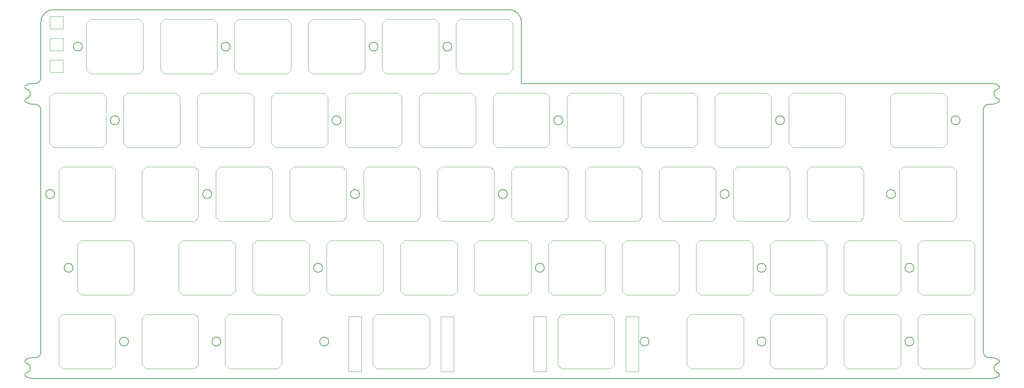
<source format=gbr>
%TF.GenerationSoftware,KiCad,Pcbnew,(7.0.0)*%
%TF.CreationDate,2023-09-29T19:28:48+02:00*%
%TF.ProjectId,Hull OEM 275u 225u,48756c6c-204f-4454-9d20-323735752032,rev?*%
%TF.SameCoordinates,Original*%
%TF.FileFunction,Profile,NP*%
%FSLAX46Y46*%
G04 Gerber Fmt 4.6, Leading zero omitted, Abs format (unit mm)*
G04 Created by KiCad (PCBNEW (7.0.0)) date 2023-09-29 19:28:48*
%MOMM*%
%LPD*%
G01*
G04 APERTURE LIST*
%TA.AperFunction,Profile*%
%ADD10C,0.200000*%
%TD*%
%TA.AperFunction,Profile*%
%ADD11C,0.100000*%
%TD*%
%TA.AperFunction,Profile*%
%ADD12C,0.120000*%
%TD*%
%TA.AperFunction,Profile*%
%ADD13C,0.050000*%
%TD*%
G04 APERTURE END LIST*
D10*
X273787500Y-73612500D02*
G75*
G03*
X275429947Y-73048896I0J2675000D01*
G01*
X215462500Y-115887500D02*
G75*
G03*
X215462500Y-115887500I-1150000J0D01*
G01*
X24607553Y-73048896D02*
G75*
G03*
X26250000Y-73612500I1642447J2111396D01*
G01*
X31750000Y-49212500D02*
G75*
G03*
X28575000Y-52387500I0J-3175000D01*
G01*
D11*
X30899001Y-50952301D02*
X34298999Y-50952301D01*
X34298999Y-50952301D02*
X34298999Y-54152701D01*
X34298999Y-54152701D02*
X30899001Y-54152701D01*
X30899001Y-54152701D02*
X30899001Y-50952301D01*
D10*
X105925000Y-77787500D02*
G75*
G03*
X105925000Y-77787500I-1150000J0D01*
G01*
X31750000Y-49212500D02*
X149225000Y-49212500D01*
X272962500Y-73612500D02*
X273787500Y-73612500D01*
X28575000Y-75112500D02*
G75*
G03*
X27075000Y-73612500I-1500000J0D01*
G01*
X32106250Y-96837500D02*
G75*
G03*
X32106250Y-96837500I-1150000J0D01*
G01*
X27075000Y-139112500D02*
G75*
G03*
X28575000Y-137612500I0J1500000D01*
G01*
X205937500Y-96837500D02*
G75*
G03*
X205937500Y-96837500I-1150000J0D01*
G01*
X28575000Y-66762500D02*
X28575000Y-52387500D01*
X220225000Y-77787500D02*
G75*
G03*
X220225000Y-77787500I-1150000J0D01*
G01*
X273787500Y-68262500D02*
X152400000Y-68262500D01*
X134500000Y-58737500D02*
G75*
G03*
X134500000Y-58737500I-1150000J0D01*
G01*
X51156250Y-134937500D02*
G75*
G03*
X51156250Y-134937500I-1150000J0D01*
G01*
X24817536Y-72163742D02*
G75*
G03*
X24607553Y-73048896I97014J-490498D01*
G01*
X158312500Y-115887500D02*
G75*
G03*
X158312500Y-115887500I-1150000J0D01*
G01*
X24607553Y-143898896D02*
G75*
G03*
X26250000Y-144462500I1642447J2111396D01*
G01*
X26250000Y-73612500D02*
X27075000Y-73612500D01*
X275219963Y-140561255D02*
G75*
G03*
X275219963Y-143013745I242537J-1226245D01*
G01*
X272962500Y-73612500D02*
G75*
G03*
X271462500Y-75112500I0J-1500000D01*
G01*
X72587500Y-96837500D02*
G75*
G03*
X72587500Y-96837500I-1150000J0D01*
G01*
X275429971Y-143898927D02*
G75*
G03*
X275219963Y-143013746I-307171J394627D01*
G01*
X115450000Y-58737500D02*
G75*
G03*
X115450000Y-58737500I-1150000J0D01*
G01*
X36868750Y-115887500D02*
G75*
G03*
X36868750Y-115887500I-1150000J0D01*
G01*
X253562500Y-115887500D02*
G75*
G03*
X253562500Y-115887500I-1150000J0D01*
G01*
X27075000Y-68262500D02*
X26250000Y-68262500D01*
X28575000Y-137612500D02*
X28575000Y-75112500D01*
X110687500Y-96837500D02*
G75*
G03*
X110687500Y-96837500I-1150000J0D01*
G01*
X74968750Y-134937500D02*
G75*
G03*
X74968750Y-134937500I-1150000J0D01*
G01*
D11*
X30900001Y-62204601D02*
X34299999Y-62204601D01*
X34299999Y-62204601D02*
X34299999Y-65405001D01*
X34299999Y-65405001D02*
X30900001Y-65405001D01*
X30900001Y-65405001D02*
X30900001Y-62204601D01*
D10*
X148787500Y-96837500D02*
G75*
G03*
X148787500Y-96837500I-1150000J0D01*
G01*
X273787500Y-139112500D02*
X272962500Y-139112500D01*
X26250000Y-68262500D02*
G75*
G03*
X24607553Y-68826104I0J-2675000D01*
G01*
X275429914Y-73048853D02*
G75*
G03*
X275219963Y-72163746I-306914J394653D01*
G01*
X253562500Y-134937500D02*
G75*
G03*
X253562500Y-134937500I-1150000J0D01*
G01*
X275429947Y-68826104D02*
G75*
G03*
X273787500Y-68262500I-1642447J-2111396D01*
G01*
X101162500Y-115887500D02*
G75*
G03*
X101162500Y-115887500I-1150000J0D01*
G01*
X215462500Y-134937500D02*
G75*
G03*
X215462500Y-134937500I-1150000J0D01*
G01*
X271462500Y-75112500D02*
X271462500Y-137612500D01*
X163075000Y-77787500D02*
G75*
G03*
X163075000Y-77787500I-1150000J0D01*
G01*
X275219973Y-69711307D02*
G75*
G03*
X275429947Y-68826104I-96973J490507D01*
G01*
X24817536Y-143013742D02*
G75*
G03*
X24607553Y-143898896I97014J-490498D01*
G01*
X275219963Y-69711255D02*
G75*
G03*
X275219963Y-72163745I242537J-1226245D01*
G01*
X24607612Y-68826180D02*
G75*
G03*
X24817537Y-69711255I306988J-394620D01*
G01*
X185300000Y-134937500D02*
G75*
G03*
X185300000Y-134937500I-1150000J0D01*
G01*
X24817537Y-72163745D02*
G75*
G03*
X24817537Y-69711255I-242537J1226245D01*
G01*
X26250000Y-139112500D02*
G75*
G03*
X24607553Y-139676104I0J-2675000D01*
G01*
X275219965Y-140561266D02*
G75*
G03*
X275429947Y-139676104I-96865J490466D01*
G01*
X152400000Y-52387500D02*
G75*
G03*
X149225000Y-49212500I-3175100J-100D01*
G01*
X248800000Y-96837500D02*
G75*
G03*
X248800000Y-96837500I-1150000J0D01*
G01*
X102750000Y-134937500D02*
G75*
G03*
X102750000Y-134937500I-1150000J0D01*
G01*
X48775000Y-77787500D02*
G75*
G03*
X48775000Y-77787500I-1150000J0D01*
G01*
X27075000Y-68262500D02*
G75*
G03*
X28575000Y-66762500I0J1500000D01*
G01*
X152400000Y-52387500D02*
X152400000Y-68262500D01*
X275429947Y-139676104D02*
G75*
G03*
X273787500Y-139112500I-1642447J-2111396D01*
G01*
X24607612Y-139676180D02*
G75*
G03*
X24817537Y-140561255I306988J-394620D01*
G01*
X273787500Y-144462500D02*
G75*
G03*
X275429947Y-143898896I0J2675000D01*
G01*
X27075000Y-139112500D02*
X26250000Y-139112500D01*
X39250000Y-58737500D02*
G75*
G03*
X39250000Y-58737500I-1150000J0D01*
G01*
D11*
X30899001Y-56584801D02*
X34298999Y-56584801D01*
X34298999Y-56584801D02*
X34298999Y-59785201D01*
X34298999Y-59785201D02*
X30899001Y-59785201D01*
X30899001Y-59785201D02*
X30899001Y-56584801D01*
D10*
X273787500Y-144462500D02*
X26250000Y-144462500D01*
X77350000Y-58737500D02*
G75*
G03*
X77350000Y-58737500I-1150000J0D01*
G01*
X265468750Y-77787500D02*
G75*
G03*
X265468750Y-77787500I-1150000J0D01*
G01*
X24817537Y-143013745D02*
G75*
G03*
X24817537Y-140561255I-242537J1226245D01*
G01*
X271462500Y-137612500D02*
G75*
G03*
X272962500Y-139112500I1500000J0D01*
G01*
D12*
%TO.C,REF\u002A\u002A*%
X235587500Y-109887500D02*
X235587500Y-121887500D01*
X235587500Y-121887500D02*
X236587500Y-122887500D01*
X236587500Y-108887500D02*
X235587500Y-109887500D01*
X236587500Y-122887500D02*
X249187500Y-122887500D01*
X249187500Y-108887500D02*
X236587500Y-108887500D01*
X249187500Y-108887500D02*
X250187500Y-109887500D01*
X249187500Y-122887500D02*
X250187500Y-121887500D01*
X250187500Y-121887500D02*
X250187500Y-109887500D01*
X37943750Y-109887500D02*
X37943750Y-121887500D01*
X37943750Y-121887500D02*
X38943750Y-122887500D01*
X38943750Y-108887500D02*
X37943750Y-109887500D01*
X38943750Y-122887500D02*
X51543750Y-122887500D01*
X51543750Y-108887500D02*
X38943750Y-108887500D01*
X51543750Y-108887500D02*
X52543750Y-109887500D01*
X51543750Y-122887500D02*
X52543750Y-121887500D01*
X52543750Y-121887500D02*
X52543750Y-109887500D01*
X183200000Y-71787500D02*
X183200000Y-83787500D01*
X183200000Y-83787500D02*
X184200000Y-84787500D01*
X184200000Y-70787500D02*
X183200000Y-71787500D01*
X184200000Y-84787500D02*
X196800000Y-84787500D01*
X196800000Y-70787500D02*
X184200000Y-70787500D01*
X196800000Y-70787500D02*
X197800000Y-71787500D01*
X196800000Y-84787500D02*
X197800000Y-83787500D01*
X197800000Y-83787500D02*
X197800000Y-71787500D01*
X254637500Y-128937500D02*
X254637500Y-140937500D01*
X254637500Y-140937500D02*
X255637500Y-141937500D01*
X255637500Y-127937500D02*
X254637500Y-128937500D01*
X255637500Y-141937500D02*
X268237500Y-141937500D01*
X268237500Y-127937500D02*
X255637500Y-127937500D01*
X268237500Y-127937500D02*
X269237500Y-128937500D01*
X268237500Y-141937500D02*
X269237500Y-140937500D01*
X269237500Y-140937500D02*
X269237500Y-128937500D01*
X116525000Y-52737500D02*
X116525000Y-64737500D01*
X116525000Y-64737500D02*
X117525000Y-65737500D01*
X117525000Y-51737500D02*
X116525000Y-52737500D01*
X117525000Y-65737500D02*
X130125000Y-65737500D01*
X130125000Y-51737500D02*
X117525000Y-51737500D01*
X130125000Y-51737500D02*
X131125000Y-52737500D01*
X130125000Y-65737500D02*
X131125000Y-64737500D01*
X131125000Y-64737500D02*
X131125000Y-52737500D01*
X254637500Y-109887500D02*
X254637500Y-121887500D01*
X254637500Y-121887500D02*
X255637500Y-122887500D01*
X255637500Y-108887500D02*
X254637500Y-109887500D01*
X255637500Y-122887500D02*
X268237500Y-122887500D01*
X268237500Y-108887500D02*
X255637500Y-108887500D01*
X268237500Y-108887500D02*
X269237500Y-109887500D01*
X268237500Y-122887500D02*
X269237500Y-121887500D01*
X269237500Y-121887500D02*
X269237500Y-109887500D01*
X78425000Y-52737500D02*
X78425000Y-64737500D01*
X78425000Y-64737500D02*
X79425000Y-65737500D01*
X79425000Y-51737500D02*
X78425000Y-52737500D01*
X79425000Y-65737500D02*
X92025000Y-65737500D01*
X92025000Y-51737500D02*
X79425000Y-51737500D01*
X92025000Y-51737500D02*
X93025000Y-52737500D01*
X92025000Y-65737500D02*
X93025000Y-64737500D01*
X93025000Y-64737500D02*
X93025000Y-52737500D01*
X216537500Y-109887500D02*
X216537500Y-121887500D01*
X216537500Y-121887500D02*
X217537500Y-122887500D01*
X217537500Y-108887500D02*
X216537500Y-109887500D01*
X217537500Y-122887500D02*
X230137500Y-122887500D01*
X230137500Y-108887500D02*
X217537500Y-108887500D01*
X230137500Y-108887500D02*
X231137500Y-109887500D01*
X230137500Y-122887500D02*
X231137500Y-121887500D01*
X231137500Y-121887500D02*
X231137500Y-109887500D01*
D13*
X107894190Y-128487450D02*
X111193200Y-128487450D01*
X107894190Y-142686750D02*
X107894190Y-128487450D01*
X111193200Y-128487450D02*
X111193200Y-142686750D01*
X111193200Y-142686750D02*
X107894190Y-142686750D01*
X131692900Y-128487450D02*
X134993300Y-128487450D01*
X131692900Y-142686750D02*
X131692900Y-128487450D01*
X134993300Y-128487450D02*
X134993300Y-142686750D01*
X134993300Y-142686750D02*
X131692900Y-142686750D01*
D12*
X226062500Y-90837500D02*
X226062500Y-102837500D01*
X226062500Y-102837500D02*
X227062500Y-103837500D01*
X227062500Y-89837500D02*
X226062500Y-90837500D01*
X227062500Y-103837500D02*
X239662500Y-103837500D01*
X239662500Y-89837500D02*
X227062500Y-89837500D01*
X239662500Y-89837500D02*
X240662500Y-90837500D01*
X239662500Y-103837500D02*
X240662500Y-102837500D01*
X240662500Y-102837500D02*
X240662500Y-90837500D01*
X54612500Y-90837500D02*
X54612500Y-102837500D01*
X54612500Y-102837500D02*
X55612500Y-103837500D01*
X55612500Y-89837500D02*
X54612500Y-90837500D01*
X55612500Y-103837500D02*
X68212500Y-103837500D01*
X68212500Y-89837500D02*
X55612500Y-89837500D01*
X68212500Y-89837500D02*
X69212500Y-90837500D01*
X68212500Y-103837500D02*
X69212500Y-102837500D01*
X69212500Y-102837500D02*
X69212500Y-90837500D01*
X235587500Y-128937500D02*
X235587500Y-140937500D01*
X235587500Y-140937500D02*
X236587500Y-141937500D01*
X236587500Y-127937500D02*
X235587500Y-128937500D01*
X236587500Y-141937500D02*
X249187500Y-141937500D01*
X249187500Y-127937500D02*
X236587500Y-127937500D01*
X249187500Y-127937500D02*
X250187500Y-128937500D01*
X249187500Y-141937500D02*
X250187500Y-140937500D01*
X250187500Y-140937500D02*
X250187500Y-128937500D01*
X87950000Y-71787500D02*
X87950000Y-83787500D01*
X87950000Y-83787500D02*
X88950000Y-84787500D01*
X88950000Y-70787500D02*
X87950000Y-71787500D01*
X88950000Y-84787500D02*
X101550000Y-84787500D01*
X101550000Y-70787500D02*
X88950000Y-70787500D01*
X101550000Y-70787500D02*
X102550000Y-71787500D01*
X101550000Y-84787500D02*
X102550000Y-83787500D01*
X102550000Y-83787500D02*
X102550000Y-71787500D01*
X161768750Y-128937500D02*
X161768750Y-140937500D01*
X161768750Y-140937500D02*
X162768750Y-141937500D01*
X162768750Y-127937500D02*
X161768750Y-128937500D01*
X162768750Y-141937500D02*
X175368750Y-141937500D01*
X175368750Y-127937500D02*
X162768750Y-127937500D01*
X175368750Y-127937500D02*
X176368750Y-128937500D01*
X175368750Y-141937500D02*
X176368750Y-140937500D01*
X176368750Y-140937500D02*
X176368750Y-128937500D01*
X149862500Y-90837500D02*
X149862500Y-102837500D01*
X149862500Y-102837500D02*
X150862500Y-103837500D01*
X150862500Y-89837500D02*
X149862500Y-90837500D01*
X150862500Y-103837500D02*
X163462500Y-103837500D01*
X163462500Y-89837500D02*
X150862500Y-89837500D01*
X163462500Y-89837500D02*
X164462500Y-90837500D01*
X163462500Y-103837500D02*
X164462500Y-102837500D01*
X164462500Y-102837500D02*
X164462500Y-90837500D01*
X102237500Y-109887500D02*
X102237500Y-121887500D01*
X102237500Y-121887500D02*
X103237500Y-122887500D01*
X103237500Y-108887500D02*
X102237500Y-109887500D01*
X103237500Y-122887500D02*
X115837500Y-122887500D01*
X115837500Y-108887500D02*
X103237500Y-108887500D01*
X115837500Y-108887500D02*
X116837500Y-109887500D01*
X115837500Y-122887500D02*
X116837500Y-121887500D01*
X116837500Y-121887500D02*
X116837500Y-109887500D01*
X168912500Y-90837500D02*
X168912500Y-102837500D01*
X168912500Y-102837500D02*
X169912500Y-103837500D01*
X169912500Y-89837500D02*
X168912500Y-90837500D01*
X169912500Y-103837500D02*
X182512500Y-103837500D01*
X182512500Y-89837500D02*
X169912500Y-89837500D01*
X182512500Y-89837500D02*
X183512500Y-90837500D01*
X182512500Y-103837500D02*
X183512500Y-102837500D01*
X183512500Y-102837500D02*
X183512500Y-90837500D01*
X68900000Y-71787500D02*
X68900000Y-83787500D01*
X68900000Y-83787500D02*
X69900000Y-84787500D01*
X69900000Y-70787500D02*
X68900000Y-71787500D01*
X69900000Y-84787500D02*
X82500000Y-84787500D01*
X82500000Y-70787500D02*
X69900000Y-70787500D01*
X82500000Y-70787500D02*
X83500000Y-71787500D01*
X82500000Y-84787500D02*
X83500000Y-83787500D01*
X83500000Y-83787500D02*
X83500000Y-71787500D01*
X59375000Y-52737500D02*
X59375000Y-64737500D01*
X59375000Y-64737500D02*
X60375000Y-65737500D01*
X60375000Y-51737500D02*
X59375000Y-52737500D01*
X60375000Y-65737500D02*
X72975000Y-65737500D01*
X72975000Y-51737500D02*
X60375000Y-51737500D01*
X72975000Y-51737500D02*
X73975000Y-52737500D01*
X72975000Y-65737500D02*
X73975000Y-64737500D01*
X73975000Y-64737500D02*
X73975000Y-52737500D01*
D13*
X155519190Y-128487450D02*
X158818200Y-128487450D01*
X155519190Y-142686750D02*
X155519190Y-128487450D01*
X158818200Y-128487450D02*
X158818200Y-142686750D01*
X158818200Y-142686750D02*
X155519190Y-142686750D01*
X179317900Y-128487450D02*
X182618300Y-128487450D01*
X179317900Y-142686750D02*
X179317900Y-128487450D01*
X182618300Y-128487450D02*
X182618300Y-142686750D01*
X182618300Y-142686750D02*
X179317900Y-142686750D01*
D12*
X121287500Y-109887500D02*
X121287500Y-121887500D01*
X121287500Y-121887500D02*
X122287500Y-122887500D01*
X122287500Y-108887500D02*
X121287500Y-109887500D01*
X122287500Y-122887500D02*
X134887500Y-122887500D01*
X134887500Y-108887500D02*
X122287500Y-108887500D01*
X134887500Y-108887500D02*
X135887500Y-109887500D01*
X134887500Y-122887500D02*
X135887500Y-121887500D01*
X135887500Y-121887500D02*
X135887500Y-109887500D01*
X33181250Y-128937500D02*
X33181250Y-140937500D01*
X33181250Y-140937500D02*
X34181250Y-141937500D01*
X34181250Y-127937500D02*
X33181250Y-128937500D01*
X34181250Y-141937500D02*
X46781250Y-141937500D01*
X46781250Y-127937500D02*
X34181250Y-127937500D01*
X46781250Y-127937500D02*
X47781250Y-128937500D01*
X46781250Y-141937500D02*
X47781250Y-140937500D01*
X47781250Y-140937500D02*
X47781250Y-128937500D01*
X49850000Y-71787500D02*
X49850000Y-83787500D01*
X49850000Y-83787500D02*
X50850000Y-84787500D01*
X50850000Y-70787500D02*
X49850000Y-71787500D01*
X50850000Y-84787500D02*
X63450000Y-84787500D01*
X63450000Y-70787500D02*
X50850000Y-70787500D01*
X63450000Y-70787500D02*
X64450000Y-71787500D01*
X63450000Y-84787500D02*
X64450000Y-83787500D01*
X64450000Y-83787500D02*
X64450000Y-71787500D01*
X40325000Y-52737500D02*
X40325000Y-64737500D01*
X40325000Y-64737500D02*
X41325000Y-65737500D01*
X41325000Y-51737500D02*
X40325000Y-52737500D01*
X41325000Y-65737500D02*
X53925000Y-65737500D01*
X53925000Y-51737500D02*
X41325000Y-51737500D01*
X53925000Y-51737500D02*
X54925000Y-52737500D01*
X53925000Y-65737500D02*
X54925000Y-64737500D01*
X54925000Y-64737500D02*
X54925000Y-52737500D01*
X33181250Y-90837500D02*
X33181250Y-102837500D01*
X33181250Y-102837500D02*
X34181250Y-103837500D01*
X34181250Y-89837500D02*
X33181250Y-90837500D01*
X34181250Y-103837500D02*
X46781250Y-103837500D01*
X46781250Y-89837500D02*
X34181250Y-89837500D01*
X46781250Y-89837500D02*
X47781250Y-90837500D01*
X46781250Y-103837500D02*
X47781250Y-102837500D01*
X47781250Y-102837500D02*
X47781250Y-90837500D01*
X164150000Y-71787500D02*
X164150000Y-83787500D01*
X164150000Y-83787500D02*
X165150000Y-84787500D01*
X165150000Y-70787500D02*
X164150000Y-71787500D01*
X165150000Y-84787500D02*
X177750000Y-84787500D01*
X177750000Y-70787500D02*
X165150000Y-70787500D01*
X177750000Y-70787500D02*
X178750000Y-71787500D01*
X177750000Y-84787500D02*
X178750000Y-83787500D01*
X178750000Y-83787500D02*
X178750000Y-71787500D01*
X92712500Y-90837500D02*
X92712500Y-102837500D01*
X92712500Y-102837500D02*
X93712500Y-103837500D01*
X93712500Y-89837500D02*
X92712500Y-90837500D01*
X93712500Y-103837500D02*
X106312500Y-103837500D01*
X106312500Y-89837500D02*
X93712500Y-89837500D01*
X106312500Y-89837500D02*
X107312500Y-90837500D01*
X106312500Y-103837500D02*
X107312500Y-102837500D01*
X107312500Y-102837500D02*
X107312500Y-90837500D01*
X107000000Y-71787500D02*
X107000000Y-83787500D01*
X107000000Y-83787500D02*
X108000000Y-84787500D01*
X108000000Y-70787500D02*
X107000000Y-71787500D01*
X108000000Y-84787500D02*
X120600000Y-84787500D01*
X120600000Y-70787500D02*
X108000000Y-70787500D01*
X120600000Y-70787500D02*
X121600000Y-71787500D01*
X120600000Y-84787500D02*
X121600000Y-83787500D01*
X121600000Y-83787500D02*
X121600000Y-71787500D01*
X197487500Y-109887500D02*
X197487500Y-121887500D01*
X197487500Y-121887500D02*
X198487500Y-122887500D01*
X198487500Y-108887500D02*
X197487500Y-109887500D01*
X198487500Y-122887500D02*
X211087500Y-122887500D01*
X211087500Y-108887500D02*
X198487500Y-108887500D01*
X211087500Y-108887500D02*
X212087500Y-109887500D01*
X211087500Y-122887500D02*
X212087500Y-121887500D01*
X212087500Y-121887500D02*
X212087500Y-109887500D01*
X73662500Y-90837500D02*
X73662500Y-102837500D01*
X73662500Y-102837500D02*
X74662500Y-103837500D01*
X74662500Y-89837500D02*
X73662500Y-90837500D01*
X74662500Y-103837500D02*
X87262500Y-103837500D01*
X87262500Y-89837500D02*
X74662500Y-89837500D01*
X87262500Y-89837500D02*
X88262500Y-90837500D01*
X87262500Y-103837500D02*
X88262500Y-102837500D01*
X88262500Y-102837500D02*
X88262500Y-90837500D01*
X76043750Y-128937500D02*
X76043750Y-140937500D01*
X76043750Y-140937500D02*
X77043750Y-141937500D01*
X77043750Y-127937500D02*
X76043750Y-128937500D01*
X77043750Y-141937500D02*
X89643750Y-141937500D01*
X89643750Y-127937500D02*
X77043750Y-127937500D01*
X89643750Y-127937500D02*
X90643750Y-128937500D01*
X89643750Y-141937500D02*
X90643750Y-140937500D01*
X90643750Y-140937500D02*
X90643750Y-128937500D01*
X207012500Y-90837500D02*
X207012500Y-102837500D01*
X207012500Y-102837500D02*
X208012500Y-103837500D01*
X208012500Y-89837500D02*
X207012500Y-90837500D01*
X208012500Y-103837500D02*
X220612500Y-103837500D01*
X220612500Y-89837500D02*
X208012500Y-89837500D01*
X220612500Y-89837500D02*
X221612500Y-90837500D01*
X220612500Y-103837500D02*
X221612500Y-102837500D01*
X221612500Y-102837500D02*
X221612500Y-90837500D01*
X30800000Y-71787500D02*
X30800000Y-83787500D01*
X30800000Y-83787500D02*
X31800000Y-84787500D01*
X31800000Y-70787500D02*
X30800000Y-71787500D01*
X31800000Y-84787500D02*
X44400000Y-84787500D01*
X44400000Y-70787500D02*
X31800000Y-70787500D01*
X44400000Y-70787500D02*
X45400000Y-71787500D01*
X44400000Y-84787500D02*
X45400000Y-83787500D01*
X45400000Y-83787500D02*
X45400000Y-71787500D01*
X114143750Y-128937500D02*
X114143750Y-140937500D01*
X114143750Y-140937500D02*
X115143750Y-141937500D01*
X115143750Y-127937500D02*
X114143750Y-128937500D01*
X115143750Y-141937500D02*
X127743750Y-141937500D01*
X127743750Y-127937500D02*
X115143750Y-127937500D01*
X127743750Y-127937500D02*
X128743750Y-128937500D01*
X127743750Y-141937500D02*
X128743750Y-140937500D01*
X128743750Y-140937500D02*
X128743750Y-128937500D01*
X130812500Y-90837500D02*
X130812500Y-102837500D01*
X130812500Y-102837500D02*
X131812500Y-103837500D01*
X131812500Y-89837500D02*
X130812500Y-90837500D01*
X131812500Y-103837500D02*
X144412500Y-103837500D01*
X144412500Y-89837500D02*
X131812500Y-89837500D01*
X144412500Y-89837500D02*
X145412500Y-90837500D01*
X144412500Y-103837500D02*
X145412500Y-102837500D01*
X145412500Y-102837500D02*
X145412500Y-90837500D01*
X195106250Y-128937500D02*
X195106250Y-140937500D01*
X195106250Y-140937500D02*
X196106250Y-141937500D01*
X196106250Y-127937500D02*
X195106250Y-128937500D01*
X196106250Y-141937500D02*
X208706250Y-141937500D01*
X208706250Y-127937500D02*
X196106250Y-127937500D01*
X208706250Y-127937500D02*
X209706250Y-128937500D01*
X208706250Y-141937500D02*
X209706250Y-140937500D01*
X209706250Y-140937500D02*
X209706250Y-128937500D01*
X247493750Y-71787500D02*
X247493750Y-83787500D01*
X247493750Y-83787500D02*
X248493750Y-84787500D01*
X248493750Y-70787500D02*
X247493750Y-71787500D01*
X248493750Y-84787500D02*
X261093750Y-84787500D01*
X261093750Y-70787500D02*
X248493750Y-70787500D01*
X261093750Y-70787500D02*
X262093750Y-71787500D01*
X261093750Y-84787500D02*
X262093750Y-83787500D01*
X262093750Y-83787500D02*
X262093750Y-71787500D01*
X216537500Y-128937500D02*
X216537500Y-140937500D01*
X216537500Y-140937500D02*
X217537500Y-141937500D01*
X217537500Y-127937500D02*
X216537500Y-128937500D01*
X217537500Y-141937500D02*
X230137500Y-141937500D01*
X230137500Y-127937500D02*
X217537500Y-127937500D01*
X230137500Y-127937500D02*
X231137500Y-128937500D01*
X230137500Y-141937500D02*
X231137500Y-140937500D01*
X231137500Y-140937500D02*
X231137500Y-128937500D01*
X202250000Y-71787500D02*
X202250000Y-83787500D01*
X202250000Y-83787500D02*
X203250000Y-84787500D01*
X203250000Y-70787500D02*
X202250000Y-71787500D01*
X203250000Y-84787500D02*
X215850000Y-84787500D01*
X215850000Y-70787500D02*
X203250000Y-70787500D01*
X215850000Y-70787500D02*
X216850000Y-71787500D01*
X215850000Y-84787500D02*
X216850000Y-83787500D01*
X216850000Y-83787500D02*
X216850000Y-71787500D01*
X187962500Y-90837500D02*
X187962500Y-102837500D01*
X187962500Y-102837500D02*
X188962500Y-103837500D01*
X188962500Y-89837500D02*
X187962500Y-90837500D01*
X188962500Y-103837500D02*
X201562500Y-103837500D01*
X201562500Y-89837500D02*
X188962500Y-89837500D01*
X201562500Y-89837500D02*
X202562500Y-90837500D01*
X201562500Y-103837500D02*
X202562500Y-102837500D01*
X202562500Y-102837500D02*
X202562500Y-90837500D01*
X178437500Y-109887500D02*
X178437500Y-121887500D01*
X178437500Y-121887500D02*
X179437500Y-122887500D01*
X179437500Y-108887500D02*
X178437500Y-109887500D01*
X179437500Y-122887500D02*
X192037500Y-122887500D01*
X192037500Y-108887500D02*
X179437500Y-108887500D01*
X192037500Y-108887500D02*
X193037500Y-109887500D01*
X192037500Y-122887500D02*
X193037500Y-121887500D01*
X193037500Y-121887500D02*
X193037500Y-109887500D01*
X54612500Y-128937500D02*
X54612500Y-140937500D01*
X54612500Y-140937500D02*
X55612500Y-141937500D01*
X55612500Y-127937500D02*
X54612500Y-128937500D01*
X55612500Y-141937500D02*
X68212500Y-141937500D01*
X68212500Y-127937500D02*
X55612500Y-127937500D01*
X68212500Y-127937500D02*
X69212500Y-128937500D01*
X68212500Y-141937500D02*
X69212500Y-140937500D01*
X69212500Y-140937500D02*
X69212500Y-128937500D01*
X140337500Y-109887500D02*
X140337500Y-121887500D01*
X140337500Y-121887500D02*
X141337500Y-122887500D01*
X141337500Y-108887500D02*
X140337500Y-109887500D01*
X141337500Y-122887500D02*
X153937500Y-122887500D01*
X153937500Y-108887500D02*
X141337500Y-108887500D01*
X153937500Y-108887500D02*
X154937500Y-109887500D01*
X153937500Y-122887500D02*
X154937500Y-121887500D01*
X154937500Y-121887500D02*
X154937500Y-109887500D01*
X111762500Y-90837500D02*
X111762500Y-102837500D01*
X111762500Y-102837500D02*
X112762500Y-103837500D01*
X112762500Y-89837500D02*
X111762500Y-90837500D01*
X112762500Y-103837500D02*
X125362500Y-103837500D01*
X125362500Y-89837500D02*
X112762500Y-89837500D01*
X125362500Y-89837500D02*
X126362500Y-90837500D01*
X125362500Y-103837500D02*
X126362500Y-102837500D01*
X126362500Y-102837500D02*
X126362500Y-90837500D01*
X145100000Y-71787500D02*
X145100000Y-83787500D01*
X145100000Y-83787500D02*
X146100000Y-84787500D01*
X146100000Y-70787500D02*
X145100000Y-71787500D01*
X146100000Y-84787500D02*
X158700000Y-84787500D01*
X158700000Y-70787500D02*
X146100000Y-70787500D01*
X158700000Y-70787500D02*
X159700000Y-71787500D01*
X158700000Y-84787500D02*
X159700000Y-83787500D01*
X159700000Y-83787500D02*
X159700000Y-71787500D01*
X83187500Y-109887500D02*
X83187500Y-121887500D01*
X83187500Y-121887500D02*
X84187500Y-122887500D01*
X84187500Y-108887500D02*
X83187500Y-109887500D01*
X84187500Y-122887500D02*
X96787500Y-122887500D01*
X96787500Y-108887500D02*
X84187500Y-108887500D01*
X96787500Y-108887500D02*
X97787500Y-109887500D01*
X96787500Y-122887500D02*
X97787500Y-121887500D01*
X97787500Y-121887500D02*
X97787500Y-109887500D01*
X249875000Y-90837500D02*
X249875000Y-102837500D01*
X249875000Y-102837500D02*
X250875000Y-103837500D01*
X250875000Y-89837500D02*
X249875000Y-90837500D01*
X250875000Y-103837500D02*
X263475000Y-103837500D01*
X263475000Y-89837500D02*
X250875000Y-89837500D01*
X263475000Y-89837500D02*
X264475000Y-90837500D01*
X263475000Y-103837500D02*
X264475000Y-102837500D01*
X264475000Y-102837500D02*
X264475000Y-90837500D01*
X159387500Y-109887500D02*
X159387500Y-121887500D01*
X159387500Y-121887500D02*
X160387500Y-122887500D01*
X160387500Y-108887500D02*
X159387500Y-109887500D01*
X160387500Y-122887500D02*
X172987500Y-122887500D01*
X172987500Y-108887500D02*
X160387500Y-108887500D01*
X172987500Y-108887500D02*
X173987500Y-109887500D01*
X172987500Y-122887500D02*
X173987500Y-121887500D01*
X173987500Y-121887500D02*
X173987500Y-109887500D01*
X97475000Y-52737500D02*
X97475000Y-64737500D01*
X97475000Y-64737500D02*
X98475000Y-65737500D01*
X98475000Y-51737500D02*
X97475000Y-52737500D01*
X98475000Y-65737500D02*
X111075000Y-65737500D01*
X111075000Y-51737500D02*
X98475000Y-51737500D01*
X111075000Y-51737500D02*
X112075000Y-52737500D01*
X111075000Y-65737500D02*
X112075000Y-64737500D01*
X112075000Y-64737500D02*
X112075000Y-52737500D01*
X126050000Y-71787500D02*
X126050000Y-83787500D01*
X126050000Y-83787500D02*
X127050000Y-84787500D01*
X127050000Y-70787500D02*
X126050000Y-71787500D01*
X127050000Y-84787500D02*
X139650000Y-84787500D01*
X139650000Y-70787500D02*
X127050000Y-70787500D01*
X139650000Y-70787500D02*
X140650000Y-71787500D01*
X139650000Y-84787500D02*
X140650000Y-83787500D01*
X140650000Y-83787500D02*
X140650000Y-71787500D01*
X221300000Y-71787500D02*
X221300000Y-83787500D01*
X221300000Y-83787500D02*
X222300000Y-84787500D01*
X222300000Y-70787500D02*
X221300000Y-71787500D01*
X222300000Y-84787500D02*
X234900000Y-84787500D01*
X234900000Y-70787500D02*
X222300000Y-70787500D01*
X234900000Y-70787500D02*
X235900000Y-71787500D01*
X234900000Y-84787500D02*
X235900000Y-83787500D01*
X235900000Y-83787500D02*
X235900000Y-71787500D01*
X64137500Y-109887500D02*
X64137500Y-121887500D01*
X64137500Y-121887500D02*
X65137500Y-122887500D01*
X65137500Y-108887500D02*
X64137500Y-109887500D01*
X65137500Y-122887500D02*
X77737500Y-122887500D01*
X77737500Y-108887500D02*
X65137500Y-108887500D01*
X77737500Y-108887500D02*
X78737500Y-109887500D01*
X77737500Y-122887500D02*
X78737500Y-121887500D01*
X78737500Y-121887500D02*
X78737500Y-109887500D01*
X135575000Y-52737500D02*
X135575000Y-64737500D01*
X135575000Y-64737500D02*
X136575000Y-65737500D01*
X136575000Y-51737500D02*
X135575000Y-52737500D01*
X136575000Y-65737500D02*
X149175000Y-65737500D01*
X149175000Y-51737500D02*
X136575000Y-51737500D01*
X149175000Y-51737500D02*
X150175000Y-52737500D01*
X149175000Y-65737500D02*
X150175000Y-64737500D01*
X150175000Y-64737500D02*
X150175000Y-52737500D01*
%TD*%
M02*

</source>
